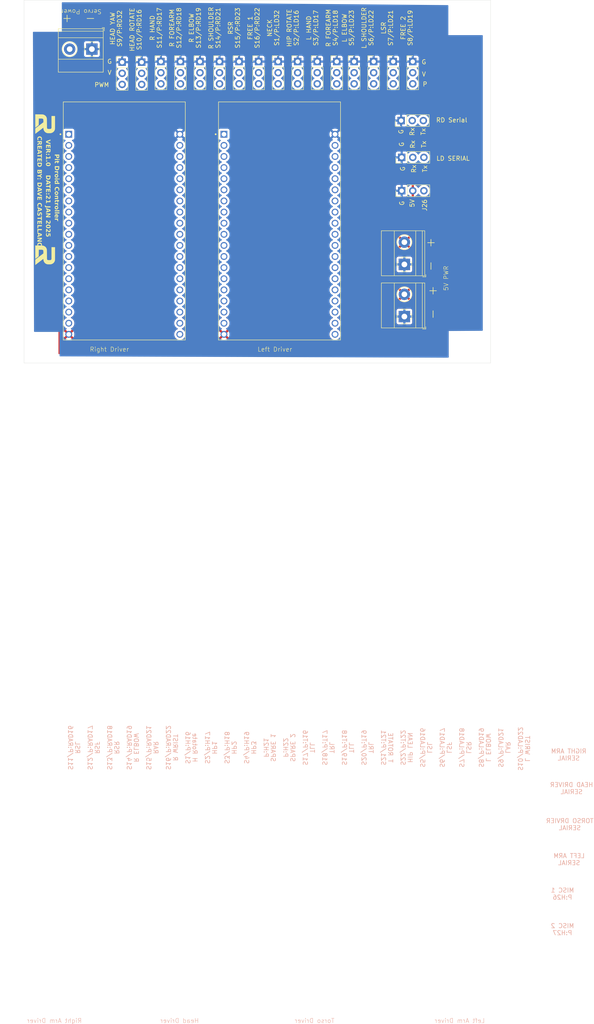
<source format=kicad_pcb>
(kicad_pcb (version 20240108) (generator "pcbnew") (generator_version "8.0")
  (layers (0 "F.Cu" signal) (1 "In1.Cu" signal) (2 "In2.Cu" signal) (31 "B.Cu" signal) (34 "B.Paste" user) (35 "F.Paste" user) (36 "B.SilkS" user "B.Silkscreen") (37 "F.SilkS" user "F.Silkscreen") (38 "B.Mask" user) (39 "F.Mask" user) (44 "Edge.Cuts" user))
  (net 0 "")
  (net 3 "Misc_1")
  (net 53 "GND")
  (net 54 "SVR_PWR")
  (net 55 "SRV_1")
  (net 56 "SRV_2")
  (net 57 "SRV_3")
  (net 58 "SRV_4")
  (net 59 "SRV_5")
  (net 60 "SRV_6")
  (net 61 "SRV_7")
  (net 62 "SRV_8")
  (net 63 "SRV_9")
  (net 64 "SRV_10")
  (net 65 "SRV_11")
  (net 66 "SRV_12")
  (net 67 "SRV_13")
  (net 68 "SRV_14")
  (net 69 "SRV_15")
  (net 70 "SRV_16")
  (net 71 "5V")
  (net 72 "LA_RX")
  (net 73 "LA_TX")
  (net 74 "RA_RX")
  (net 75 "RA_TX")
  (footprint "MountingHole:MountingHole_3.2mm_M3" (layer "F.Cu") (at 175.26 132.08)
    (property "Reference" "REF**" (hide yes))
    (property "Value" "MountingHole_3.2mm_M3")
    (pad "" np_thru_hole circle (at 0 0) (size 3.2 3.2) (drill 3.2) (layers "*.Cu" "*.Mask"))
  )
  (footprint "02-Logos:C3P0_Controller" (layer "F.Cu") (at 78.486 94.114931 -90)
    (property "Reference" "G***" (hide yes))
    (property "Value" "LOGO" (hide yes))
    (fp_text user "CREATED BY: DAVE CASTELLANO" (at -10.086805 1.941154 -90) (layer "F.SilkS") (effects (justify left bottom)))
    (fp_text user "VER:1.0    DATE:21 JAN 2025" (at -9.306515 -0.034502 -90) (layer "F.SilkS") (effects (justify left bottom)))
    (fp_text user "Pit Droid Controller" (at -5.997937 -2.035986 -90) (layer "F.SilkS") (effects (justify left bottom)))
  )
  (footprint "Connector_PinHeader_2.54mm:PinHeader_1x03_P2.54mm_Vertical" (layer "F.Cu") (at 158.083005 67.005)
    (property "Reference" "J7" (hide yes))
    (property "Value" "Servo 7" (hide yes))
    (pad "1" thru_hole rect (at 0 0) (size 1.7 1.7) (drill 1) (layers "*.Cu" "*.Mask") (net 53 "GND"))
    (pad "2" thru_hole oval (at 0 2.54) (size 1.7 1.7) (drill 1) (layers "*.Cu" "*.Mask") (net 54 "SVR_PWR"))
    (pad "3" thru_hole oval (at 0 5.08) (size 1.7 1.7) (drill 1) (layers "*.Cu" "*.Mask") (net 61 "SRV_7"))
  )
  (footprint "Connector_PinHeader_2.54mm:PinHeader_1x03_P2.54mm_Vertical" (layer "F.Cu") (at 160.02 96.52 90)
    (property "Reference" "J17" (hide yes))
    (property "Value" "Misc 1")
    (pad "1" thru_hole rect (at 0 0 90) (size 1.7 1.7) (drill 1) (layers "*.Cu" "*.Mask") (net 53 "GND"))
    (pad "2" thru_hole oval (at 0 2.54 90) (size 1.7 1.7) (drill 1) (layers "*.Cu" "*.Mask") (net 71 "5V"))
    (pad "3" thru_hole oval (at 0 5.08 90) (size 1.7 1.7) (drill 1) (layers "*.Cu" "*.Mask") (net 3 "Misc_1"))
  )
  (footprint "Connector_PinHeader_2.54mm:PinHeader_1x03_P2.54mm_Vertical" (layer "F.Cu") (at 127.299506 67.005)
    (property "Reference" "J16" (hide yes))
    (property "Value" "Servo 16" (hide yes))
    (pad "1" thru_hole rect (at 0 0) (size 1.7 1.7) (drill 1) (layers "*.Cu" "*.Mask") (net 53 "GND"))
    (pad "2" thru_hole oval (at 0 2.54) (size 1.7 1.7) (drill 1) (layers "*.Cu" "*.Mask") (net 54 "SVR_PWR"))
    (pad "3" thru_hole oval (at 0 5.08) (size 1.7 1.7) (drill 1) (layers "*.Cu" "*.Mask") (net 70 "SRV_16"))
  )
  (footprint "Connector_PinHeader_2.54mm:PinHeader_1x03_P2.54mm_Vertical" (layer "F.Cu") (at 149.144643 67.005)
    (property "Reference" "J5" (hide yes))
    (property "Value" "Servo 5" (hide yes))
    (pad "1" thru_hole rect (at 0 0) (size 1.7 1.7) (drill 1) (layers "*.Cu" "*.Mask") (net 53 "GND"))
    (pad "2" thru_hole oval (at 0 2.54) (size 1.7 1.7) (drill 1) (layers "*.Cu" "*.Mask") (net 54 "SVR_PWR"))
    (pad "3" thru_hole oval (at 0 5.08) (size 1.7 1.7) (drill 1) (layers "*.Cu" "*.Mask") (net 59 "SRV_5"))
  )
  (footprint "01-Custom:MODULE_ESP32-DEVKITC-32D" (layer "F.Cu") (at 96.588 103.371)
    (property "Reference" "U1" (hide yes))
    (property "Value" "Right Arm Driver" (hide yes))
    (pad "J2-1" thru_hole rect (at -12.7 -19.76) (size 1.56 1.56) (drill 1.04) (layers "*.Cu" "*.Mask"))
    (pad "J2-2" thru_hole circle (at -12.7 -17.22) (size 1.56 1.56) (drill 1.04) (layers "*.Cu" "*.Mask"))
    (pad "J2-3" thru_hole circle (at -12.7 -14.68) (size 1.56 1.56) (drill 1.04) (layers "*.Cu" "*.Mask"))
    (pad "J2-4" thru_hole circle (at -12.7 -12.14) (size 1.56 1.56) (drill 1.04) (layers "*.Cu" "*.Mask"))
    (pad "J2-5" thru_hole circle (at -12.7 -9.6) (size 1.56 1.56) (drill 1.04) (layers "*.Cu" "*.Mask"))
    (pad "J2-6" thru_hole circle (at -12.7 -7.06) (size 1.56 1.56) (drill 1.04) (layers "*.Cu" "*.Mask"))
    (pad "J2-7" thru_hole circle (at -12.7 -4.52) (size 1.56 1.56) (drill 1.04) (layers "*.Cu" "*.Mask") (net 63 "SRV_9"))
    (pad "J2-8" thru_hole circle (at -12.7 -1.98) (size 1.56 1.56) (drill 1.04) (layers "*.Cu" "*.Mask") (net 75 "RA_TX"))
    (pad "J2-9" thru_hole circle (at -12.7 0.56) (size 1.56 1.56) (drill 1.04) (layers "*.Cu" "*.Mask") (net 74 "RA_RX"))
    (pad "J2-10" thru_hole circle (at -12.7 3.1) (size 1.56 1.56) (drill 1.04) (layers "*.Cu" "*.Mask") (net 3 "Misc_1"))
    (pad "J2-11" thru_hole circle (at -12.7 5.64) (size 1.56 1.56) (drill 1.04) (layers "*.Cu" "*.Mask"))
    (pad "J2-12" thru_hole circle (at -12.7 8.18) (size 1.56 1.56) (drill 1.04) (layers "*.Cu" "*.Mask"))
    (pad "J2-13" thru_hole circle (at -12.7 10.72) (size 1.56 1.56) (drill 1.04) (layers "*.Cu" "*.Mask"))
    (pad "J2-14" thru_hole circle (at -12.7 13.26) (size 1.56 1.56) (drill 1.04) (layers "*.Cu" "*.Mask"))
    (pad "J2-15" thru_hole circle (at -12.7 15.8) (size 1.56 1.56) (drill 1.04) (layers "*.Cu" "*.Mask"))
    (pad "J2-16" thru_hole circle (at -12.7 18.34) (size 1.56 1.56) (drill 1.04) (layers "*.Cu" "*.Mask"))
    (pad "J2-17" thru_hole circle (at -12.7 20.88) (size 1.56 1.56) (drill 1.04) (layers "*.Cu" "*.Mask"))
    (pad "J2-18" thru_hole circle (at -12.7 23.42) (size 1.56 1.56) (drill 1.04) (layers "*.Cu" "*.Mask"))
    (pad "J2-19" thru_hole circle (at -12.7 25.96) (size 1.56 1.56) (drill 1.04) (layers "*.Cu" "*.Mask") (net 71 "5V"))
    (pad "J3-1" thru_hole circle (at 12.7 -19.76) (size 1.56 1.56) (drill 1.04) (layers "*.Cu" "*.Mask") (net 53 "GND"))
    (pad "J3-2" thru_hole circle (at 12.7 -17.22) (size 1.56 1.56) (drill 1.04) (layers "*.Cu" "*.Mask") (net 69 "SRV_15"))
    (pad "J3-3" thru_hole circle (at 12.7 -14.68) (size 1.56 1.56) (drill 1.04) (layers "*.Cu" "*.Mask") (net 70 "SRV_16"))
    (pad "J3-4" thru_hole circle (at 12.7 -12.14) (size 1.56 1.56) (drill 1.04) (layers "*.Cu" "*.Mask"))
    (pad "J3-5" thru_hole circle (at 12.7 -9.6) (size 1.56 1.56) (drill 1.04) (layers "*.Cu" "*.Mask"))
    (pad "J3-6" thru_hole circle (at 12.7 -7.06) (size 1.56 1.56) (drill 1.04) (layers "*.Cu" "*.Mask") (net 68 "SRV_14"))
    (pad "J3-7" thru_hole circle (at 12.7 -4.52) (size 1.56 1.56) (drill 1.04) (layers "*.Cu" "*.Mask"))
    (pad "J3-8" thru_hole circle (at 12.7 -1.98) (size 1.56 1.56) (drill 1.04) (layers "*.Cu" "*.Mask") (net 67 "SRV_13"))
    (pad "J3-9" thru_hole circle (at 12.7 0.56) (size 1.56 1.56) (drill 1.04) (layers "*.Cu" "*.Mask") (net 66 "SRV_12"))
    (pad "J3-10" thru_hole circle (at 12.7 3.1) (size 1.56 1.56) (drill 1.04) (layers "*.Cu" "*.Mask"))
    (pad "J3-11" thru_hole circle (at 12.7 5.64) (size 1.56 1.56) (drill 1.04) (layers "*.Cu" "*.Mask") (net 65 "SRV_11"))
    (pad "J3-12" thru_hole circle (at 12.7 8.18) (size 1.56 1.56) (drill 1.04) (layers "*.Cu" "*.Mask") (net 64 "SRV_10"))
    (pad "J3-13" thru_hole circle (at 12.7 10.72) (size 1.56 1.56) (drill 1.04) (layers "*.Cu" "*.Mask"))
    (pad "J3-14" thru_hole circle (at 12.7 13.26) (size 1.56 1.56) (drill 1.04) (layers "*.Cu" "*.Mask"))
    (pad "J3-15" thru_hole circle (at 12.7 15.8) (size 1.56 1.56) (drill 1.04) (layers "*.Cu" "*.Mask"))
    (pad "J3-16" thru_hole circle (at 12.7 18.34) (size 1.56 1.56) (drill 1.04) (layers "*.Cu" "*.Mask"))
    (pad "J3-17" thru_hole circle (at 12.7 20.88) (size 1.56 1.56) (drill 1.04) (layers "*.Cu" "*.Mask"))
    (pad "J3-18" thru_hole circle (at 12.7 23.42) (size 1.56 1.56) (drill 1.04) (layers "*.Cu" "*.Mask"))
    (pad "J3-19" thru_hole circle (at 12.7 25.96) (size 1.56 1.56) (drill 1.04) (layers "*.Cu" "*.Mask"))
  )
  (footprint "Connector_PinHeader_2.54mm:PinHeader_1x03_P2.54mm_Vertical" (layer "F.Cu") (at 122.830325 67.005)
    (property "Reference" "J15" (hide yes))
    (property "Value" "Servo 15" (hide yes))
    (pad "1" thru_hole rect (at 0 0) (size 1.7 1.7) (drill 1) (layers "*.Cu" "*.Mask") (net 53 "GND"))
    (pad "2" thru_hole oval (at 0 2.54) (size 1.7 1.7) (drill 1) (layers "*.Cu" "*.Mask") (net 54 "SVR_PWR"))
    (pad "3" thru_hole oval (at 0 5.08) (size 1.7 1.7) (drill 1) (layers "*.Cu" "*.Mask") (net 69 "SRV_15"))
  )
  (footprint "Connector_PinHeader_2.54mm:PinHeader_1x03_P2.54mm_Vertical" (layer "F.Cu") (at 136.237868 67.005)
    (property "Reference" "J2" (hide yes))
    (property "Value" "Servo 2" (hide yes))
    (pad "1" thru_hole rect (at 0 0) (size 1.7 1.7) (drill 1) (layers "*.Cu" "*.Mask") (net 53 "GND"))
    (pad "2" thru_hole oval (at 0 2.54) (size 1.7 1.7) (drill 1) (layers "*.Cu" "*.Mask") (net 54 "SVR_PWR"))
    (pad "3" thru_hole oval (at 0 5.08) (size 1.7 1.7) (drill 1) (layers "*.Cu" "*.Mask") (net 56 "SRV_2"))
  )
  (footprint "TerminalBlock_Phoenix:TerminalBlock_Phoenix_MKDS-1,5-2-5.08_1x02_P5.08mm_Horizontal" (layer "F.Cu") (at 89.171 64.155 180)
    (property "Reference" "J50" (hide yes))
    (property "Value" "Servo Power Input" (hide yes))
    (pad "1" thru_hole rect (at 0 0 180) (size 2.6 2.6) (drill 1.3) (layers "*.Cu" "*.Mask") (net 53 "GND"))
    (pad "2" thru_hole circle (at 5.08 0 180) (size 2.6 2.6) (drill 1.3) (layers "*.Cu" "*.Mask") (net 54 "SVR_PWR"))
  )
  (footprint "Connector_PinHeader_2.54mm:PinHeader_1x03_P2.54mm_Vertical" (layer "F.Cu") (at 113.891963 67.005)
    (property "Reference" "J13" (hide yes))
    (property "Value" "Servo 13" (hide yes))
    (pad "1" thru_hole rect (at 0 0) (size 1.7 1.7) (drill 1) (layers "*.Cu" "*.Mask") (net 53 "GND"))
    (pad "2" thru_hole oval (at 0 2.54) (size 1.7 1.7) (drill 1) (layers "*.Cu" "*.Mask") (net 54 "SVR_PWR"))
    (pad "3" thru_hole oval (at 0 5.08) (size 1.7 1.7) (drill 1) (layers "*.Cu" "*.Mask") (net 67 "SRV_13"))
  )
  (footprint "Connector_PinHeader_2.54mm:PinHeader_1x03_P2.54mm_Vertical" (layer "F.Cu") (at 104.953601 67.005)
    (property "Reference" "J11" (hide yes))
    (property "Value" "Servo 11" (hide yes))
    (pad "1" thru_hole rect (at 0 0) (size 1.7 1.7) (drill 1) (layers "*.Cu" "*.Mask") (net 53 "GND"))
    (pad "2" thru_hole oval (at 0 2.54) (size 1.7 1.7) (drill 1) (layers "*.Cu" "*.Mask") (net 54 "SVR_PWR"))
    (pad "3" thru_hole oval (at 0 5.08) (size 1.7 1.7) (drill 1) (layers "*.Cu" "*.Mask") (net 65 "SRV_11"))
  )
  (footprint "Connector_PinHeader_2.54mm:PinHeader_1x03_P2.54mm_Vertical" (layer "F.Cu") (at 153.613824 67.005)
    (property "Reference" "J6" (hide yes))
    (property "Value" "Servo 6" (hide yes))
    (pad "1" thru_hole rect (at 0 0) (size 1.7 1.7) (drill 1) (layers "*.Cu" "*.Mask") (net 53 "GND"))
    (pad "2" thru_hole oval (at 0 2.54) (size 1.7 1.7) (drill 1) (layers "*.Cu" "*.Mask") (net 54 "SVR_PWR"))
    (pad "3" thru_hole oval (at 0 5.08) (size 1.7 1.7) (drill 1) (layers "*.Cu" "*.Mask") (net 60 "SRV_6"))
  )
  (footprint "01-Custom:MODULE_ESP32-DEVKITC-32D" (layer "F.Cu") (at 132.08 103.371)
    (property "Reference" "U4" (hide yes))
    (property "Value" "Left Arm Driver" (hide yes))
    (pad "J2-1" thru_hole rect (at -12.7 -19.76) (size 1.56 1.56) (drill 1.04) (layers "*.Cu" "*.Mask"))
    (pad "J2-2" thru_hole circle (at -12.7 -17.22) (size 1.56 1.56) (drill 1.04) (layers "*.Cu" "*.Mask"))
    (pad "J2-3" thru_hole circle (at -12.7 -14.68) (size 1.56 1.56) (drill 1.04) (layers "*.Cu" "*.Mask"))
    (pad "J2-4" thru_hole circle (at -12.7 -12.14) (size 1.56 1.56) (drill 1.04) (layers "*.Cu" "*.Mask"))
    (pad "J2-5" thru_hole circle (at -12.7 -9.6) (size 1.56 1.56) (drill 1.04) (layers "*.Cu" "*.Mask"))
    (pad "J2-6" thru_hole circle (at -12.7 -7.06) (size 1.56 1.56) (drill 1.04) (layers "*.Cu" "*.Mask"))
    (pad "J2-7" thru_hole circle (at -12.7 -4.52) (size 1.56 1.56) (drill 1.04) (layers "*.Cu" "*.Mask") (net 55 "SRV_1"))
    (pad "J2-8" thru_hole circle (at -12.7 -1.98) (size 1.56 1.56) (drill 1.04) (layers "*.Cu" "*.Mask") (net 73 "LA_TX"))
    (pad "J2-9" thru_hole circle (at -12.7 0.56) (size 1.56 1.56) (drill 1.04) (layers "*.Cu" "*.Mask") (net 72 "LA_RX"))
    (pad "J2-10" thru_hole circle (at -12.7 3.1) (size 1.56 1.56) (drill 1.04) (layers "*.Cu" "*.Mask"))
    (pad "J2-11" thru_hole circle (at -12.7 5.64) (size 1.56 1.56) (drill 1.04) (layers "*.Cu" "*.Mask"))
    (pad "J2-12" thru_hole circle (at -12.7 8.18) (size 1.56 1.56) (drill 1.04) (layers "*.Cu" "*.Mask"))
    (pad "J2-13" thru_hole circle (at -12.7 10.72) (size 1.56 1.56) (drill 1.04) (layers "*.Cu" "*.Mask"))
    (pad "J2-14" thru_hole circle (at -12.7 13.26) (size 1.56 1.56) (drill 1.04) (layers "*.Cu" "*.Mask"))
    (pad "J2-15" thru_hole circle (at -12.7 15.8) (size 1.56 1.56) (drill 1.04) (layers "*.Cu" "*.Mask"))
    (pad "J2-16" thru_hole circle (at -12.7 18.34) (size 1.56 1.56) (drill 1.04) (layers "*.Cu" "*.Mask"))
    (pad "J2-17" thru_hole circle (at -12.7 20.88) (size 1.56 1.56) (drill 1.04) (layers "*.Cu" "*.Mask"))
    (pad "J2-18" thru_hole circle (at -12.7 23.42) (size 1.56 1.56) (drill 1.04) (layers "*.Cu" "*.Mask"))
    (pad "J2-19" thru_hole circle (at -12.7 25.96) (size 1.56 1.56) (drill 1.04) (layers "*.Cu" "*.Mask") (net 71 "5V"))
    (pad "J3-1" thru_hole circle (at 12.7 -19.76) (size 1.56 1.56) (drill 1.04) (layers "*.Cu" "*.Mask") (net 53 "GND"))
    (pad "J3-2" thru_hole circle (at 12.7 -17.22) (size 1.56 1.56) (drill 1.04) (layers "*.Cu" "*.Mask") (net 59 "SRV_5"))
    (pad "J3-3" thru_hole circle (at 12.7 -14.68) (size 1.56 1.56) (drill 1.04) (layers "*.Cu" "*.Mask") (net 60 "SRV_6"))
    (pad "J3-4" thru_hole circle (at 12.7 -12.14) (size 1.56 1.56) (drill 1.04) (layers "*.Cu" "*.Mask"))
    (pad "J3-5" thru_hole circle (at 12.7 -9.6) (size 1.56 1.56) (drill 1.04) (layers "*.Cu" "*.Mask"))
    (pad "J3-6" thru_hole circle (at 12.7 -7.06) (size 1.56 1.56) (drill 1.04) (layers "*.Cu" "*.Mask") (net 61 "SRV_7"))
    (pad "J3-7" thru_hole circle (at 12.7 -4.52) (size 1.56 1.56) (drill 1.04) (layers "*.Cu" "*.Mask"))
    (pad "J3-8" thru_hole circle (at 12.7 -1.98) (size 1.56 1.56) (drill 1.04) (layers "*.Cu" "*.Mask") (net 62 "SRV_8"))
    (pad "J3-9" thru_hole circle (at 12.7 0.56) (size 1.56 1.56) (drill 1.04) (layers "*.Cu" "*.Mask") (net 58 "SRV_4"))
    (pad "J3-10" thru_hole circle (at 12.7 3.1) (size 1.56 1.56) (drill 1.04) (layers "*.Cu" "*.Mask"))
    (pad "J3-11" thru_hole circle (at 12.7 5.64) (size 1.56 1.56) (drill 1.04) (layers "*.Cu" "*.Mask") (net 57 "SRV_3"))
    (pad "J3-12" thru_hole circle (at 12.7 8.18) (size 1.56 1.56) (drill 1.04) (layers "*.Cu" "*.Mask") (net 56 "SRV_2"))
    (pad "J3-13" thru_hole circle (at 12.7 10.72) (size 1.56 1.56) (drill 1.04) (layers "*.Cu" "*.Mask"))
    (pad "J3-14" thru_hole circle (at 12.7 13.26) (size 1.56 1.56) (drill 1.04) (layers "*.Cu" "*.Mask"))
    (pad "J3-15" thru_hole circle (at 12.7 15.8) (size 1.56 1.56) (drill 1.04) (layers "*.Cu" "*.Mask"))
    (pad "J3-16" thru_hole circle (at 12.7 18.34) (size 1.56 1.56) (drill 1.04) (layers "*.Cu" "*.Mask"))
    (pad "J3-17" thru_hole circle (at 12.7 20.88) (size 1.56 1.56) (drill 1.04) (layers "*.Cu" "*.Mask"))
    (pad "J3-18" thru_hole circle (at 12.7 23.42) (size 1.56 1.56) (drill 1.04) (layers "*.Cu" "*.Mask"))
    (pad "J3-19" thru_hole circle (at 12.7 25.96) (size 1.56 1.56) (drill 1.04) (layers "*.Cu" "*.Mask"))
  )
  (footprint "Connector_PinHeader_2.54mm:PinHeader_1x03_P2.54mm_Vertical" (layer "F.Cu") (at 159.894084 80.488027 90)
    (property "Reference" "J32" (hide yes))
    (property "Value" "Right Arm Serial" (hide yes))
    (pad "1" thru_hole rect (at 0 0 90) (size 1.7 1.7) (drill 1) (layers "*.Cu" "*.Mask") (net 53 "GND"))
    (pad "2" thru_hole oval (at 0 2.54 90) (size 1.7 1.7) (drill 1) (layers "*.Cu" "*.Mask") (net 74 "RA_RX"))
    (pad "3" thru_hole oval (at 0 5.08 90) (size 1.7 1.7) (drill 1) (layers "*.Cu" "*.Mask") (net 75 "RA_TX"))
  )
  (footprint "Connector_PinHeader_2.54mm:PinHeader_1x03_P2.54mm_Vertical" (layer "F.Cu") (at 140.707049 67.005)
    (property "Reference" "J3" (hide yes))
    (property "Value" "Servo 3" (hide yes))
    (pad "1" thru_hole rect (at 0 0) (size 1.7 1.7) (drill 1) (layers "*.Cu" "*.Mask") (net 53 "GND"))
    (pad "2" thru_hole oval (at 0 2.54) (size 1.7 1.7) (drill 1) (layers "*.Cu" "*.Mask") (net 54 "SVR_PWR"))
    (pad "3" thru_hole oval (at 0 5.08) (size 1.7 1.7) (drill 1) (layers "*.Cu" "*.Mask") (net 57 "SRV_3"))
  )
  (footprint "Connector_PinHeader_2.54mm:PinHeader_1x03_P2.54mm_Vertical" (layer "F.Cu") (at 131.768687 67.005)
    (property "Reference" "J1" (hide yes))
    (property "Value" "Servo 1" (hide yes))
    (pad "1" thru_hole rect (at 0 0) (size 1.7 1.7) (drill 1) (layers "*.Cu" "*.Mask") (net 53 "GND"))
    (pad "2" thru_hole oval (at 0 2.54) (size 1.7 1.7) (drill 1) (layers "*.Cu" "*.Mask") (net 54 "SVR_PWR"))
    (pad "3" thru_hole oval (at 0 5.08) (size 1.7 1.7) (drill 1) (layers "*.Cu" "*.Mask") (net 55 "SRV_1"))
  )
  (footprint "Connector_PinHeader_2.54mm:PinHeader_1x03_P2.54mm_Vertical" (layer "F.Cu") (at 145.17623 67.005)
    (property "Reference" "J4" (hide yes))
    (property "Value" "Servo 4" (hide yes))
    (pad "1" thru_hole rect (at 0 0) (size 1.7 1.7) (drill 1) (layers "*.Cu" "*.Mask") (net 53 "GND"))
    (pad "2" thru_hole oval (at 0 2.54) (size 1.7 1.7) (drill 1) (layers "*.Cu" "*.Mask") (net 54 "SVR_PWR"))
    (pad "3" thru_hole oval (at 0 5.08) (size 1.7 1.7) (drill 1) (layers "*.Cu" "*.Mask") (net 58 "SRV_4"))
  )
  (footprint "TerminalBlock_Phoenix:TerminalBlock_Phoenix_MKDS-1,5-2-5.08_1x02_P5.08mm_Horizontal" (layer "F.Cu") (at 160.636 125.267 90)
    (property "Reference" "J51" (hide yes))
    (property "Value" "5V Input" (hide yes))
    (pad "1" thru_hole rect (at 0 0 90) (size 2.6 2.6) (drill 1.3) (layers "*.Cu" "*.Mask") (net 53 "GND"))
    (pad "2" thru_hole circle (at 5.08 0 90) (size 2.6 2.6) (drill 1.3) (layers "*.Cu" "*.Mask") (net 71 "5V"))
  )
  (footprint "02-Logos:R2_Logo_V2" (layer "F.Cu") (at 78.132372 81.28 -90)
    (property "Reference" "G***" (hide yes))
    (property "Value" "LOGO" (hide yes))
  )
  (footprint "MountingHole:MountingHole_3.2mm_M3" (layer "F.Cu") (at 77.760444 57.404349)
    (property "Reference" "REF**" (hide yes))
    (property "Value" "MountingHole_3.2mm_M3")
    (pad "" np_thru_hole circle (at 0 0) (size 3.2 3.2) (drill 3.2) (layers "*.Cu" "*.Mask"))
  )
  (footprint "Connector_PinHeader_2.54mm:PinHeader_1x03_P2.54mm_Vertical" (layer "F.Cu") (at 96.095133 67.142489)
    (property "Reference" "J9" (hide yes))
    (property "Value" "Servo 9" (hide yes))
    (pad "1" thru_hole rect (at 0 0) (size 1.7 1.7) (drill 1) (layers "*.Cu" "*.Mask") (net 53 "GND"))
    (pad "2" thru_hole oval (at 0 2.54) (size 1.7 1.7) (drill 1) (layers "*.Cu" "*.Mask") (net 54 "SVR_PWR"))
    (pad "3" thru_hole oval (at 0 5.08) (size 1.7 1.7) (drill 1) (layers "*.Cu" "*.Mask") (net 63 "SRV_9"))
  )
  (footprint "TerminalBlock_Phoenix:TerminalBlock_Phoenix_MKDS-1,5-2-5.08_1x02_P5.08mm_Horizontal" (layer "F.Cu") (at 160.636 113.353 90)
    (property "Reference" "J28" (hide yes))
    (property "Value" "5V Input" (hide yes))
    (pad "1" thru_hole rect (at 0 0 90) (size 2.6 2.6) (drill 1.3) (layers "*.Cu" "*.Mask") (net 53 "GND"))
    (pad "2" thru_hole circle (at 5.08 0 90) (size 2.6 2.6) (drill 1.3) (layers "*.Cu" "*.Mask") (net 71 "5V"))
  )
  (footprint "Connector_PinHeader_2.54mm:PinHeader_1x03_P2.54mm_Vertical" (layer "F.Cu") (at 109.422782 67.005)
    (property "Reference" "J12" (hide yes))
    (property "Value" "Servo 12" (hide yes))
    (pad "1" thru_hole rect (at 0 0) (size 1.7 1.7) (drill 1) (layers "*.Cu" "*.Mask") (net 53 "GND"))
    (pad "2" thru_hole oval (at 0 2.54) (size 1.7 1.7) (drill 1) (layers "*.Cu" "*.Mask") (net 54 "SVR_PWR"))
    (pad "3" thru_hole oval (at 0 5.08) (size 1.7 1.7) (drill 1) (layers "*.Cu" "*.Mask") (net 66 "SRV_12"))
  )
  (footprint "Connector_PinHeader_2.54mm:PinHeader_1x03_P2.54mm_Vertical" (layer "F.Cu") (at 118.361144 67.005)
    (property "Reference" "J14" (hide yes))
    (property "Value" "Servo 14" (hide yes))
    (pad "1" thru_hole rect (at 0 0) (size 1.7 1.7) (drill 1) (layers "*.Cu" "*.Mask") (net 53 "GND"))
    (pad "2" thru_hole oval (at 0 2.54) (size 1.7 1.7) (drill 1) (layers "*.Cu" "*.Mask") (net 54 "SVR_PWR"))
    (pad "3" thru_hole oval (at 0 5.08) (size 1.7 1.7) (drill 1) (layers "*.Cu" "*.Mask") (net 68 "SRV_14"))
  )
  (footprint "MountingHole:MountingHole_3.2mm_M3" (layer "F.Cu") (at 77.643587 131.941666)
    (property "Reference" "REF**" (hide yes))
    (property "Value" "MountingHole_3.2mm_M3")
    (pad "" np_thru_hole circle (at 0 0) (size 3.2 3.2) (drill 3.2) (layers "*.Cu" "*.Mask"))
  )
  (footprint "MountingHole:MountingHole_3.2mm_M3" (layer "F.Cu") (at 174.912825 57.13549)
    (property "Reference" "REF**" (hide yes))
    (property "Value" "MountingHole_3.2mm_M3")
    (pad "" np_thru_hole circle (at 0 0) (size 3.2 3.2) (drill 3.2) (layers "*.Cu" "*.Mask"))
  )
  (footprint "Connector_PinHeader_2.54mm:PinHeader_1x03_P2.54mm_Vertical" (layer "F.Cu") (at 160.02 88.9 90)
    (property "Reference" "J31" (hide yes))
    (property "Value" "Left Arm Serial" (hide yes))
    (pad "1" thru_hole rect (at 0 0 90) (size 1.7 1.7) (drill 1) (layers "*.Cu" "*.Mask") (net 53 "GND"))
    (pad "2" thru_hole oval (at 0 2.54 90) (size 1.7 1.7) (drill 1) (layers "*.Cu" "*.Mask") (net 72 "LA_RX"))
    (pad "3" thru_hole oval (at 0 5.08 90) (size 1.7 1.7) (drill 1) (layers "*.Cu" "*.Mask") (net 73 "LA_TX"))
  )
  (footprint "Connector_PinHeader_2.54mm:PinHeader_1x03_P2.54mm_Vertical" (layer "F.Cu") (at 100.564315 67.142489)
    (property "Reference" "J10" (hide yes))
    (property "Value" "Servo 10" (hide yes))
    (pad "1" thru_hole rect (at 0 0) (size 1.7 1.7) (drill 1) (layers "*.Cu" "*.Mask") (net 53 "GND"))
    (pad "2" thru_hole oval (at 0 2.54) (size 1.7 1.7) (drill 1) (layers "*.Cu" "*.Mask") (net 54 "SVR_PWR"))
    (pad "3" thru_hole oval (at 0 5.08) (size 1.7 1.7) (drill 1) (layers "*.Cu" "*.Mask") (net 64 "SRV_10"))
  )
  (footprint "Connector_PinHeader_2.54mm:PinHeader_1x03_P2.54mm_Vertical" (layer "F.Cu") (at 162.552186 67.005)
    (property "Reference" "J8" (hide yes))
    (property "Value" "Servo 8" (hide yes))
    (pad "1" thru_hole rect (at 0 0) (size 1.7 1.7) (drill 1) (layers "*.Cu" "*.Mask") (net 53 "GND"))
    (pad "2" thru_hole oval (at 0 2.54) (size 1.7 1.7) (drill 1) (layers "*.Cu" "*.Mask") (net 54 "SVR_PWR"))
    (pad "3" thru_hole oval (at 0 5.08) (size 1.7 1.7) (drill 1) (layers "*.Cu" "*.Mask") (net 62 "SRV_8"))
  )
  (footprint "02-Logos:R2_Logo_V2" (layer "F.Cu") (at 78.132372 111.252 -90)
    (property "Reference" "G***" (hide yes))
    (property "Value" "LOGO" (hide yes))
  )
  (gr_line (start 73.66 135.89) (end 73.66 52.956006) (stroke (width 0.05)) (layer "Edge.Cuts"))
  (gr_line (start 180.34 135.89) (end 73.66 135.89) (stroke (width 0.05)) (layer "Edge.Cuts"))
  (gr_line (start 180.34 52.956) (end 180.34 135.89) (stroke (width 0.05)) (layer "Edge.Cuts"))
  (gr_line (start 73.66 52.956006) (end 180.34 52.956) (stroke (width 0.05)) (layer "Edge.Cuts"))
  (gr_text "Left Arm Driver" (at 167.493808 286.766 -0) (layer "B.SilkS") (effects (font (size 1 1) (thickness 0.1)) (justify right bottom mirror)))
  (gr_text "Right Arm Driver" (at 74.275808 286.766 -0) (layer "B.SilkS") (effects (font (size 1 1) (thickness 0.1)) (justify right bottom mirror)))
  (gr_text "RSF\nS12/P:RAD17" (at 88.156218 223.774 -90) (layer "B.SilkS") (effects (font (size 1 1) (thickness 0.153)) (justify bottom mirror)))
  (gr_text "TLL\nS17/P:T16" (at 137.360186 223.774 -90) (layer "B.SilkS") (effects (font (size 1 1) (thickness 0.153)) (justify bottom mirror)))
  (gr_text "RAR\nS15/P:RAD21" (at 101.575482 223.774 -90) (layer "B.SilkS") (effects (font (size 1 1) (thickness 0.153)) (justify bottom mirror)))
  (gr_text "R WRIST\nS16/P:RAD22" (at 106.04857 223.774 -90) (layer "B.SilkS") (effects (font (size 1 1) (thickness 0.153)) (justify bottom mirror)))
  (gr_text "R ELBOW\nS14/P:RAD19" (at 97.102394 223.774 -90) (layer "B.SilkS") (effects (font (size 1 1) (thickness 0.153)) (justify bottom mirror)))
  (gr_text "Torso Driver" (at 135.489808 286.766 -0) (layer "B.SilkS") (effects (font (size 1 1) (thickness 0.1)) (justify right bottom mirror)))
  (gr_text "SPARE 2\nP:H22" (at 132.887098 223.773999 -90) (layer "B.SilkS") (effects (font (size 1 1) (thickness 0.153)) (justify bottom mirror)))
  (gr_text "H Rotate\nS1/P:H16" (at 110.521658 223.773999 -90) (layer "B.SilkS") (effects (font (size 1 1) (thickness 0.153)) (justify bottom mirror)))
  (gr_text "RIGHT ARM\nSERIAL" (at 198.221336 226.784 -0) (layer "B.SilkS") (effects (font (size 1 1) (thickness 0.153)) (justify bottom mirror)))
  (gr_text "HP2\nS3/P:H18" (at 119.467834 223.773999 -90) (layer "B.SilkS") (effects (font (size 1 1) (thickness 0.153)) (justify bottom mirror)))
  (gr_text "SPARE 1\nP:H21" (at 128.41401 223.773999 -90) (layer "B.SilkS") (effects (font (size 1 1) (thickness 0.153)) (justify bottom mirror)))
  (gr_text "HP1\nS2/P:H17" (at 114.994746 223.773999 -90) (layer "B.SilkS") (effects (font (size 1 1) (thickness 0.153)) (justify bottom mirror)))
  (gr_text "TLL\nS19/P:T18" (at 146.306362 223.774 -90) (layer "B.SilkS") (effects (font (size 1 1) (thickness 0.153)) (justify bottom mirror)))
  (gr_text "RSR\nS13/P:RAD18" (at 92.629306 223.774 -90) (layer "B.SilkS") (effects (font (size 1 1) (thickness 0.153)) (justify bottom mirror)))
  (gr_text "LAR\nS9/P:LAD21" (at 182.091066 223.773999 -90) (layer "B.SilkS") (effects (font (size 1 1) (thickness 0.153)) (justify bottom mirror)))
  (gr_text "TRL\nS18/P:T17" (at 141.833274 223.774 -90) (layer "B.SilkS") (effects (font (size 1 1) (thickness 0.153)) (justify bottom mirror)))
  (gr_text "HIP LEAN\nS22/P:T22" (at 159.725626 223.774 -90) (layer "B.SilkS") (effects (font (size 1 1) (thickness 0.153)) (justify bottom mirror)))
  (gr_text "Head Driver" (at 104.755808 286.766 -0) (layer "B.SilkS") (effects (font (size 1 1) (thickness 0.1)) (justify right bottom mirror)))
  (gr_text "L ELBOW\nS8/P:LAD19" (at 177.617978 223.773999 -90) (layer "B.SilkS") (effects (font (size 1 1) (thickness 0.153)) (justify bottom mirror)))
  (gr_text "LSF\nS6/P:LAD17" (at 168.671802 223.773999 -90) (layer "B.SilkS") (effects (font (size 1 1) (thickness 0.153)) (justify bottom mirror)))
  (gr_text "LEFT ARM\nSERIAL" (at 198.309336 250.698 -0) (layer "B.SilkS") (effects (font (size 1 1) (thickness 0.153)) (justify bottom mirror)))
  (gr_text "MISC 1\nP:H26" (at 196.785336 258.572 -0) (layer "B.SilkS") (effects (font (size 1 1) (thickness 0.153)) (justify bottom mirror)))
  (gr_text "HP3\nS4/P:H19" (at 123.940922 223.773999 -90) (layer "B.SilkS") (effects (font (size 1 1) (thickness 0.153)) (justify bottom mirror)))
  (gr_text "T ROTATE\nS21/P:T21" (at 155.252538 223.774 -90) (layer "B.SilkS") (effects (font (size 1 1) (thickness 0.153)) (justify bottom mirror)))
  (gr_text "L WRIST\nS10/P:LAD22" (at 186.564174 224.028 -90) (layer "B.SilkS") (effects (font (size 1 1) (thickness 0.153)) (justify bottom mirror)))
  (gr_text "LSL\nS5/P:LAD16" (at 164.198714 223.773999 -90) (layer "B.SilkS") (effects (font (size 1 1) (thickness 0.153)) (justify bottom mirror)))
  (gr_text "TRL\nS20/P:T19" (at 150.77945 223.774 -90) (layer "B.SilkS") (effects (font (size 1 1) (thickness 0.153)) (justify bottom mirror)))
  (gr_text "TORSO DRVIER\nSERIAL" (at 198.468668 242.706 -0) (layer "B.SilkS") (effects (font (size 1 1) (thickness 0.153)) (justify bottom mirror)))
  (gr_text "MISC 2\nP:H27" (at 196.785336 266.7 -0) (layer "B.SilkS") (effects (font (size 1 1) (thickness 0.153)) (justify bottom mirror)))
  (gr_text "HEAD DRIVER\nSERIAL" (at 198.877502 234.4655 -0) (layer "B.SilkS") (effects (font (size 1 1) (thickness 0.153)) (justify bottom mirror)))
  (gr_text "LSR\nS7/P:LAD18" (at 173.14489 223.773999 -90) (layer "B.SilkS") (effects (font (size 1 1) (thickness 0.153)) (justify bottom mirror)))
  (gr_text "RSL\nS11/P:RAD16" (at 83.68313 223.774 -90) (layer "B.SilkS") (effects (font (size 1 1) (thickness 0.153)) (justify bottom mirror)))
  (gr_text "HEAD ROTATE\nS10/P:RD16" (at 100.579962 59.709939 90) (layer "F.SilkS") (effects (font (size 1 1) (thickness 0.153)) (justify bottom)))
  (gr_text "Right Driver" (at 88.646 133.35 0) (layer "F.SilkS") (effects (font (size 1 1) (thickness 0.1)) (justify left bottom)))
  (gr_text "L HAND\nS3/P:LD17" (at 140.985856 59.318449 90) (layer "F.SilkS") (effects (font (size 1 1) (thickness 0.153)) (justify bottom)))
  (gr_text "R HAND\nS11/P:RD17" (at 105.201152 59.31845 90) (layer "F.SilkS") (effects (font (size 1 1) (thickness 0.153)) (justify bottom)))
  (gr_text "RD Serial" (at 171.476084 80.958527 0) (layer "F.SilkS") (effects (font (size 1 1) (thickness 0.153)) (justify bottom)))
  (gr_text "R FOREARM\nS4/P:LD18" (at 145.458944 59.318449 90) (layer "F.SilkS") (effects (font (size 1 1) (thickness 0.153)) (justify bottom)))
  (gr_text "-" (at 90.17 56.134 180) (layer "F.SilkS") (effects (font (size 2 2)) (justify left bottom)))
  (gr_text "-" (at 167.731 115.062 90) (layer "F.SilkS") (effects (font (size 2 2)) (justify left bottom)))
  (gr_text "L ELBOW\nS5/P:LD23" (at 149.140736 59.318449 90) (layer "F.SilkS") (effects (font (size 1 1) (thickness 0.153)) (justify bottom)))
  (gr_text "HIP ROTATE\nS2/P:LD16" (at 136.512768 59.318449 90) (layer "F.SilkS") (effects (font (size 1 1) (thickness 0.153)) (justify bottom)))
  (gr_text "-" (at 168.211 126.046 90) (layer "F.SilkS") (effects (font (size 2 2)) (justify left bottom)))
  (gr_text "L SHOULDER\nS6/P:LD22" (at 153.613824 59.318449 90) (layer "F.SilkS") (effects (font (size 1 1) (thickness 0.153)) (justify bottom)))
  (gr_text "G" (at 160.846 91.504 90) (layer "F.SilkS") (effects (font (size 1 1) (thickness 0.153)) (justify bottom)))
  (gr_text "RSR\nS15/P:RD23" (at 123.093504 59.31845 90) (layer "F.SilkS") (effects (font (size 1 1) (thickness 0.153)) (justify bottom)))
  (gr_text "G" (at 160.662138 99.37326 90) (layer "F.SilkS") (effects (font (size 1 1) (thickness 0.153)) (justify bottom)))
  (gr_text "R ELBOW\nS13/P:RD19" (at 114.147328 59.31845 90) (layer "F.SilkS") (effects (font (size 1 1) (thickness 0.153)) (justify bottom)))
  (gr_text "Tx" (at 165.926 91.504 90) (layer "F.SilkS") (effects (font (size 1 1) (thickness 0.153)) (justify bottom)))
  (gr_text "P" (at 165.354 72.761551 0) (layer "F.SilkS") (effects (font (size 1 1) (thickness 0.153)) (justify bottom)))
  (gr_text "G" (at 93.218 67.564 0) (layer "F.SilkS") (effects (font (size 1 1) (thickness 0.153)) (justify bottom)))
  (gr_text "+" (at 167.731 109.728 90) (layer "F.SilkS") (effects (font (size 2 2)) (justify left bottom)))
  (gr_text "R FOREARM\nS12/P:RD18" (at 109.67424 59.31845 90) (layer "F.SilkS") (effects (font (size 1 1) (thickness 0.153)) (justify bottom)))
  (gr_text "NECK\nS1/P:LD32" (at 132.03968 59.318449 90) (layer "F.SilkS") (effects (font (size 1 1) (thickness 0.153)) (justify bottom)))
  (gr_text "Rx" (at 163.386 91.504 90) (layer "F.SilkS") (effects (font (size 1 1) (thickness 0.153)) (justify bottom)))
  (gr_text "FREE 1\nS16/P:RD22" (at 127.566592 59.31845 90) (layer "F.SilkS") (effects (font (size 1 1) (thickness 0.153)) (justify bottom)))
  (gr_text "Rx" (at 163.132 85.916 90) (layer "F.SilkS") (effects (font (size 1 1) (thickness 0.153)) (justify bottom)))
  (gr_text "5V" (at 163.011594 99.37326 90) (layer "F.SilkS") (effects (font (size 1 1) (thickness 0.153)) (justify bottom)))
  (gr_text "G" (at 160.592 85.916 90) (layer "F.SilkS") (effects (font (size 1 1) (thickness 0.153)) (justify bottom)))
  (gr_text "Tx" (at 165.546084 83.028527 90) (layer "F.SilkS") (effects (font (size 1 1) (thickness 0.153)) (justify bottom)))
  (gr_text "+" (at 84.836 56.134 180) (layer "F.SilkS") (effects (font (size 2 2)) (justify left bottom)))
  (gr_text "FREE 2\nS8/P:LD19" (at 162.56 59.318449 90) (layer "F.SilkS") (effects (font (size 1 1) (thickness 0.153)) (justify bottom)))
  (gr_text "J26" (at 165.865748 99.824855 90) (layer "F.SilkS") (effects (font (size 1 1) (thickness 0.153)) (justify bottom)))
  (gr_text "R SHOULDER\nS14/P:RD21" (at 118.620416 59.31845 90) (layer "F.SilkS") (effects (font (size 1 1) (thickness 0.153)) (justify bottom)))
  (gr_text "Servo Power" (at 91.44 54.994 180) (layer "F.SilkS") (effects (font (size 1 1) (thickness 0.1)) (justify left bottom)))
  (gr_text "G" (at 165.1 67.681551 0) (layer "F.SilkS") (effects (font (size 1 1) (thickness 0.153)) (justify bottom)))
  (gr_text "HEAD YAW\nS9/P:RD32" (at 96.106854 59.455938 90) (layer "F.SilkS") (effects (font (size 1 1) (thickness 0.153)) (justify bottom)))
  (gr_text "Left Driver" (at 127 133.35 0) (layer "F.SilkS") (effects (font (size 1 1) (thickness 0.1)) (justify left bottom)))
  (gr_text "Tx" (at 165.672 85.916 90) (layer "F.SilkS") (effects (font (size 1 1) (thickness 0.153)) (justify bottom)))
  (gr_text "+" (at 168.211 120.712 90) (layer "F.SilkS") (effects (font (size 2 2)) (justify left bottom)))
  (gr_text "Rx" (at 163.006084 83.028527 90) (layer "F.SilkS") (effects (font (size 1 1) (thickness 0.153)) (justify bottom)))
  (gr_text "V" (at 165.1 70.475551 0) (layer "F.SilkS") (effects (font (size 1 1) (thickness 0.153)) (justify bottom)))
  (gr_text "V" (at 93.218 70.104 0) (layer "F.SilkS") (effects (font (size 1 1) (thickness 0.153)) (justify bottom)))
  (gr_text "5V PWR" (at 170.751 119.442 90) (layer "F.SilkS") (effects (font (size 1 1) (thickness 0.1)) (justify left bottom)))
  (gr_text "G" (at 160.466084 83.028527 90) (layer "F.SilkS") (effects (font (size 1 1) (thickness 0.153)) (justify bottom)))
  (gr_text "LD SERIAL" (at 171.768 89.726 0) (layer "F.SilkS") (effects (font (size 1 1) (thickness 0.153)) (justify bottom)))
  (gr_text "PWM" (at 91.44 72.898 0) (layer "F.SilkS") (effects (font (size 1 1) (thickness 0.153)) (justify bottom)))
  (gr_text "LSR\nS7/P:LD21" (at 158.086912 59.318449 90) (layer "F.SilkS") (effects (font (size 1 1) (thickness 0.153)) (justify bottom)))
  (zone (net 71) (net_name "5V") (layer "F.Cu") (priority 2) (connect_pads (clearance 0.5)) (min_thickness 0.25) (fill yes (thermal_gap 0.5) (thermal_bridge_width 0.5))
    (polygon (pts (xy 168.91 127.762) (xy 169.164 93.218) (xy 151.384 93.218) (xy 151.13 124.206) (xy 81.534 124.46) (xy 81.534 133.858) (xy 167.64 133.35) (xy 167.64 127.762)))
  )
  (zone (net 53) (net_name "GND") (layer "B.Cu") (priority 1) (connect_pads (clearance 0.5)) (min_thickness 0.25) (fill yes (thermal_gap 0.5) (thermal_bridge_width 0.5))
    (polygon (pts (xy 75.692 60.198) (xy 82.296 60.198) (xy 82.296 53.34) (xy 170.688 54.102) (xy 170.688 60.96) (xy 178.562 60.96) (xy 178.562 128.524) (xy 170.772413 128.566604) (xy 170.772413 134.662604) (xy 81.788 134.366) (xy 81.788 128.778) (xy 75.946 128.778)))
  )
)
</source>
